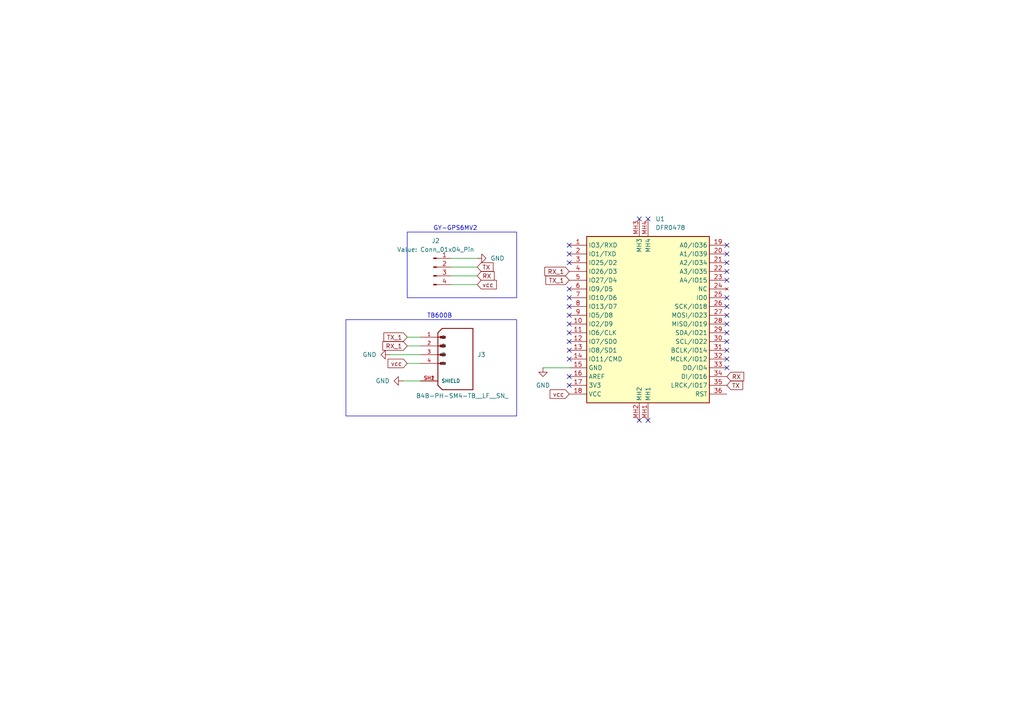
<source format=kicad_sch>
(kicad_sch (version 20250114) (generator "eeschema") (generator_version "9.0")
  (paper "A4")
  (lib_symbols
    (symbol "B4B-PH-SM4-TB__LF__SN_:B4B-PH-SM4-TB__LF__SN_" (pin_names (offset 1.016))
      (property "Reference" "J" (at 0 8.89 0))
      (property "Value" "B4B-PH-SM4-TB__LF__SN_" (at 0 -12.7 0))
      (symbol "B4B-PH-SM4-TB__LF__SN__0_0"
        (polyline (pts (xy 0 6.35) (xy 0 -8.89)) (stroke (width 0.254)))
        (polyline (pts (xy 0 6.35) (xy 1.27 7.62)) (stroke (width 0.254)))
        (polyline (pts (xy 0 5.08) (xy 1.905 5.08)) (stroke (width 0.254)))
        (polyline (pts (xy 0 2.54) (xy 1.905 2.54)) (stroke (width 0.254)))
        (polyline (pts (xy 0 0) (xy 1.905 0)) (stroke (width 0.254)))
        (polyline (pts (xy 0 -2.54) (xy 1.905 -2.54)) (stroke (width 0.254)))
        (polyline (pts (xy 0 -8.89) (xy 1.27 -10.16)) (stroke (width 0.254)))
        (rectangle (start 0.635 4.7625) (end 2.2225 5.3975) (stroke (width 0.1)) (fill (type outline)))
        (rectangle (start 0.635 2.2225) (end 2.2225 2.8575) (stroke (width 0.1)) (fill (type outline)))
        (rectangle (start 0.635 -0.3175) (end 2.2225 0.3175) (stroke (width 0.1)) (fill (type outline)))
        (rectangle (start 0.635 -2.8575) (end 2.2225 -2.2225) (stroke (width 0.1)) (fill (type outline)))
        (polyline (pts (xy 1.27 -10.16) (xy 10.16 -10.16)) (stroke (width 0.254)))
        (polyline (pts (xy 10.16 7.62) (xy 1.27 7.62)) (stroke (width 0.254)))
        (polyline (pts (xy 10.16 -10.16) (xy 10.16 7.62)) (stroke (width 0.254)))
        (pin passive line (at -5.08 5.08 0) (length 5.08) (name "1") (number "1"))
        (pin passive line (at -5.08 2.54 0) (length 5.08) (name "2") (number "2"))
        (pin passive line (at -5.08 0 0) (length 5.08) (name "3") (number "3"))
        (pin passive line (at -5.08 -2.54 0) (length 5.08) (name "4") (number "4"))
        (pin passive line (at -5.08 -7.62 0) (length 5.08) (name "SHIELD") (number "SH1"))
        (pin passive line (at -5.08 -7.62 0) (length 5.08) (name "SHIELD") (number "SH2"))
      )
    )
    (symbol "Connector:Conn_01x04_Pin" (pin_names (offset 1.016) (hide yes))
      (property "Reference" "J" (at 0 5.08 0))
      (property "Value" "Conn_01x04_Pin" (at 0 -7.62 0))
      (symbol "Conn_01x04_Pin_1_1"
        (rectangle (start 0.8636 2.667) (end 0 2.413) (stroke (width 0.1524)) (fill (type outline)))
        (rectangle (start 0.8636 0.127) (end 0 -0.127) (stroke (width 0.1524)) (fill (type outline)))
        (rectangle (start 0.8636 -2.413) (end 0 -2.667) (stroke (width 0.1524)) (fill (type outline)))
        (rectangle (start 0.8636 -4.953) (end 0 -5.207) (stroke (width 0.1524)) (fill (type outline)))
        (polyline (pts (xy 1.27 2.54) (xy 0.8636 2.54)) (stroke (width 0.1524)))
        (polyline (pts (xy 1.27 0) (xy 0.8636 0)) (stroke (width 0.1524)))
        (polyline (pts (xy 1.27 -2.54) (xy 0.8636 -2.54)) (stroke (width 0.1524)))
        (polyline (pts (xy 1.27 -5.08) (xy 0.8636 -5.08)) (stroke (width 0.1524)))
        (pin passive line (at 5.08 2.54 180) (length 3.81) (name "Pin_1") (number "1"))
        (pin passive line (at 5.08 0 180) (length 3.81) (name "Pin_2") (number "2"))
        (pin passive line (at 5.08 -2.54 180) (length 3.81) (name "Pin_3") (number "3"))
        (pin passive line (at 5.08 -5.08 180) (length 3.81) (name "Pin_4") (number "4"))
      )
    )
    (symbol "footprints:DFR0478"
      (property "Reference" "U" (at 54.61 20.32 0))
      (property "Value" "DFR0478" (at 54.61 17.78 0))
      (symbol "DFR0478_1_1"
        (rectangle (start 5.08 15.24) (end 53.34 -20.32) (stroke (width 0.254)) (fill (type background)))
        (pin passive line (at 0 0 0) (length 5.08) (name "MH2") (number "MH2"))
        (pin passive line (at 0 -2.54 0) (length 5.08) (name "MH1") (number "MH1"))
        (pin passive line (at 7.62 20.32 270) (length 5.08) (name "VCC") (number "18"))
        (pin passive line (at 7.62 -25.4 90) (length 5.08) (name "RST") (number "36"))
        (pin passive line (at 10.16 20.32 270) (length 5.08) (name "3V3") (number "17"))
        (pin passive line (at 10.16 -25.4 90) (length 5.08) (name "LRCK/IO17") (number "35"))
        (pin passive line (at 12.7 20.32 270) (length 5.08) (name "AREF") (number "16"))
        (pin passive line (at 12.7 -25.4 90) (length 5.08) (name "DI/IO16") (number "34"))
        (pin passive line (at 15.24 20.32 270) (length 5.08) (name "GND") (number "15"))
        (pin passive line (at 15.24 -25.4 90) (length 5.08) (name "DO/IO4") (number "33"))
        (pin passive line (at 17.78 20.32 270) (length 5.08) (name "IO11/CMD") (number "14"))
        (pin passive line (at 17.78 -25.4 90) (length 5.08) (name "MCLK/IO12") (number "32"))
        (pin passive line (at 20.32 20.32 270) (length 5.08) (name "IO8/SD1") (number "13"))
        (pin passive line (at 20.32 -25.4 90) (length 5.08) (name "BCLK/IO14") (number "31"))
        (pin passive line (at 22.86 20.32 270) (length 5.08) (name "IO7/SD0") (number "12"))
        (pin passive line (at 22.86 -25.4 90) (length 5.08) (name "SCL/IO22") (number "30"))
        (pin passive line (at 25.4 20.32 270) (length 5.08) (name "IO6/CLK") (number "11"))
        (pin passive line (at 25.4 -25.4 90) (length 5.08) (name "SDA/IO21") (number "29"))
        (pin passive line (at 27.94 20.32 270) (length 5.08) (name "IO2/D9") (number "10"))
        (pin passive line (at 27.94 -25.4 90) (length 5.08) (name "MISO/IO19") (number "28"))
        (pin passive line (at 30.48 20.32 270) (length 5.08) (name "IO5/D8") (number "9"))
        (pin passive line (at 30.48 -25.4 90) (length 5.08) (name "MOSI/IO23") (number "27"))
        (pin passive line (at 33.02 20.32 270) (length 5.08) (name "IO13/D7") (number "8"))
        (pin passive line (at 33.02 -25.4 90) (length 5.08) (name "SCK/IO18") (number "26"))
        (pin passive line (at 35.56 20.32 270) (length 5.08) (name "IO10/D6") (number "7"))
        (pin passive line (at 35.56 -25.4 90) (length 5.08) (name "IO0") (number "25"))
        (pin passive line (at 38.1 20.32 270) (length 5.08) (name "IO9/D5") (number "6"))
        (pin no_connect line (at 38.1 -25.4 90) (length 5.08) (name "NC") (number "24"))
        (pin passive line (at 40.64 20.32 270) (length 5.08) (name "IO27/D4") (number "5"))
        (pin passive line (at 40.64 -25.4 90) (length 5.08) (name "A4/IO15") (number "23"))
        (pin passive line (at 43.18 20.32 270) (length 5.08) (name "IO26/D3") (number "4"))
        (pin passive line (at 43.18 -25.4 90) (length 5.08) (name "A3/IO35") (number "22"))
        (pin passive line (at 45.72 20.32 270) (length 5.08) (name "IO25/D2") (number "3"))
        (pin passive line (at 45.72 -25.4 90) (length 5.08) (name "A2/IO34") (number "21"))
        (pin passive line (at 48.26 20.32 270) (length 5.08) (name "IO1/TXD") (number "2"))
        (pin passive line (at 48.26 -25.4 90) (length 5.08) (name "A1/IO39") (number "20"))
        (pin passive line (at 50.8 20.32 270) (length 5.08) (name "IO3/RXD") (number "1"))
        (pin passive line (at 50.8 -25.4 90) (length 5.08) (name "A0/IO36") (number "19"))
        (pin passive line (at 58.42 0 180) (length 5.08) (name "MH3") (number "MH3"))
        (pin passive line (at 58.42 -2.54 180) (length 5.08) (name "MH4") (number "MH4"))
      )
    )
    (symbol "power:GND" (power) (pin_numbers (hide yes)) (pin_names (offset 0) (hide yes))
      (property "Value" "GND" (at 0 -3.81 0))
      (symbol "GND_0_1"
        (polyline (pts (xy 0 0) (xy 0 -1.27) (xy 1.27 -1.27) (xy 0 -2.54) (xy -1.27 -1.27) (xy 0 -1.27)))
      )
      (symbol "GND_1_1"
        (pin power_in line (at 0 0 270) (length 0) (name "~") (number "1"))
      )
    )
  )
  (rectangle (start 118.11 67.31) (end 149.86 86.36))
  (rectangle (start 100.33 92.71) (end 149.86 120.65))
  (text "GY-GPS6MV2" (at 132.08 66.294 0) (effects (font (size 1.27 1.27))))
  (text "TB600B\n" (at 127.508 91.694 0) (effects (font (size 1.27 1.27))))
  (no_connect (at 187.96 121.92))
  (no_connect (at 210.82 104.14))
  (no_connect (at 165.1 104.14))
  (no_connect (at 165.1 88.9))
  (no_connect (at 165.1 96.52))
  (no_connect (at 187.96 63.5))
  (no_connect (at 210.82 93.98))
  (no_connect (at 210.82 99.06))
  (no_connect (at 165.1 86.36))
  (no_connect (at 210.82 73.66))
  (no_connect (at 165.1 71.12))
  (no_connect (at 165.1 99.06))
  (no_connect (at 210.82 76.2))
  (no_connect (at 165.1 93.98))
  (no_connect (at 210.82 96.52))
  (no_connect (at 210.82 78.74))
  (no_connect (at 165.1 73.66))
  (no_connect (at 210.82 88.9))
  (no_connect (at 165.1 101.6))
  (no_connect (at 210.82 71.12))
  (no_connect (at 165.1 91.44))
  (no_connect (at 185.42 63.5))
  (no_connect (at 185.42 121.92))
  (no_connect (at 165.1 83.82))
  (no_connect (at 210.82 101.6))
  (no_connect (at 210.82 106.68))
  (no_connect (at 165.1 76.2))
  (no_connect (at 210.82 91.44))
  (no_connect (at 210.82 86.36))
  (no_connect (at 165.1 109.22))
  (no_connect (at 210.82 81.28))
  (no_connect (at 165.1 111.76))
  (wire (pts (xy 157.48 106.68) (xy 165.1 106.68)))
  (wire (pts (xy 113.03 102.87) (xy 121.92 102.87)))
  (wire (pts (xy 118.11 105.41) (xy 121.92 105.41)))
  (wire (pts (xy 130.81 74.93) (xy 138.43 74.93)))
  (wire (pts (xy 130.81 80.01) (xy 138.43 80.01)))
  (wire (pts (xy 118.11 100.33) (xy 121.92 100.33)))
  (wire (pts (xy 118.11 97.79) (xy 121.92 97.79)))
  (wire (pts (xy 130.81 82.55) (xy 138.43 82.55)))
  (wire (pts (xy 116.84 110.49) (xy 121.92 110.49)))
  (wire (pts (xy 130.81 77.47) (xy 138.43 77.47)))
  (global_label "RX_1" (shape input) (at 165.1 78.74 180) (property "Intersheetrefs" "${INTERSHEET_REFS}" (effects (hide yes))))
  (global_label "RX_1" (shape input) (at 118.11 100.33 180) (property "Intersheetrefs" "${INTERSHEET_REFS}" (effects (hide yes))))
  (global_label "vcc" (shape input) (at 165.1 114.3 180) (property "Intersheetrefs" "${INTERSHEET_REFS}" (effects (hide yes))))
  (global_label "vcc" (shape input) (at 118.11 105.41 180) (property "Intersheetrefs" "${INTERSHEET_REFS}" (effects (hide yes))))
  (global_label "RX" (shape input) (at 210.82 109.22 0) (property "Intersheetrefs" "${INTERSHEET_REFS}" (effects (hide yes))))
  (global_label "TX_1" (shape input) (at 165.1 81.28 180) (property "Intersheetrefs" "${INTERSHEET_REFS}" (effects (hide yes))))
  (global_label "TX" (shape input) (at 138.43 77.47 0) (property "Intersheetrefs" "${INTERSHEET_REFS}" (effects (hide yes))))
  (global_label "vcc" (shape input) (at 138.43 82.55 0) (property "Intersheetrefs" "${INTERSHEET_REFS}" (effects (hide yes))))
  (global_label "RX" (shape input) (at 138.43 80.01 0) (property "Intersheetrefs" "${INTERSHEET_REFS}" (effects (hide yes))))
  (global_label "TX_1" (shape input) (at 118.11 97.79 180) (property "Intersheetrefs" "${INTERSHEET_REFS}" (effects (hide yes))))
  (global_label "TX" (shape input) (at 210.82 111.76 0) (property "Intersheetrefs" "${INTERSHEET_REFS}" (effects (hide yes))))
  (symbol (lib_id "power:GND") (at 138.43 74.93 90) (unit 1)
    (property "Reference" "#PWR02" (effects (hide yes)))
    (property "Value" "GND" (at 142.24 74.9299 90) (effects (justify right)))
    (property "Description" "Power symbol creates a global label with name \"GND\" , ground" (effects (hide yes)))
  )
  (symbol (lib_id "footprints:DFR0478") (at 185.42 121.92 90) (unit 1)
    (property "Reference" "U1" (at 190.1033 63.5 90) (effects (justify right)))
    (property "Value" "DFR0478" (at 190.1033 66.04 90) (effects (justify right)))
    (property "Footprint" "Library:FIREBEETLE_ESP32" (effects (hide yes)))
    (property "Datasheet" "https://datasheet.datasheetarchive.com/originals/distributors/DKDS-1/13356.pdf" (effects (hide yes)))
    (property "Description" "Development Boards & Kits - Wireless FireBeetle ESP32 IOT MCU" (effects (hide yes)))
    (property "Manufacturer_Name" "DFRobot" (effects (hide yes)))
    (property "Manufacturer_Part_Number" "DFR0478" (effects (hide yes)))
    (property "Mouser Part Number" "426-DFR0478" (effects (hide yes)))
    (property "Mouser Price/Stock" "https://www.mouser.co.uk/ProductDetail/DFRobot/DFR0478?qs=EU6FO9ffTwc%252BR65h2NUGQw%3D%3D" (effects (hide yes)))
    (property "Arrow Part Number" "DFR0478" (effects (hide yes)))
    (property "Arrow Price/Stock" "https://www.arrow.com/en/products/dfr0478/dfrobot?utm_currency=USD&region=nac" (effects (hide yes)))
  )
  (symbol (lib_id "power:GND") (at 157.48 106.68 0) (mirror y) (unit 1)
    (property "Reference" "#PWR01" (effects (hide yes)))
    (property "Value" "GND" (at 157.48 111.76 0))
    (property "Description" "Power symbol creates a global label with name \"GND\" , ground" (effects (hide yes)))
  )
  (symbol (lib_id "Connector:Conn_01x04_Pin") (at 125.73 77.47 0) (unit 1)
    (property "Reference" "J2" (at 126.365 69.85 0))
    (property "Value" "Conn_01x04_Pin" (at 126.365 72.39 0) (show_name yes))
    (property "Footprint" "Library:GY-GPS6MV2" (effects (hide yes)))
    (property "Description" "Generic connector, single row, 01x04, script generated" (effects (hide yes)))
  )
  (symbol (lib_id "power:GND") (at 113.03 102.87 270) (unit 1)
    (property "Reference" "#PWR03" (effects (hide yes)))
    (property "Value" "GND" (at 109.22 102.8699 90) (effects (justify right)))
    (property "Description" "Power symbol creates a global label with name \"GND\" , ground" (effects (hide yes)))
  )
  (symbol (lib_id "power:GND") (at 116.84 110.49 270) (unit 1)
    (property "Reference" "#PWR04" (effects (hide yes)))
    (property "Value" "GND" (at 113.03 110.4899 90) (effects (justify right)))
    (property "Description" "Power symbol creates a global label with name \"GND\" , ground" (effects (hide yes)))
  )
  (symbol (lib_id "B4B-PH-SM4-TB__LF__SN_:B4B-PH-SM4-TB__LF__SN_") (at 127 102.87 0) (unit 1)
    (property "Reference" "J3" (at 138.43 102.8699 0) (effects (justify left)))
    (property "Value" "B4B-PH-SM4-TB__LF__SN_" (at 120.65 114.808 0) (effects (justify left)))
    (property "Footprint" "Library:JST_B4B-PH-SM4-TB__LF__SN_" (effects (hide yes)))
    (property "MF" "JST" (effects (hide yes)))
    (property "MAXIMUM_PACKAGE_HEIGHT" "6.6mm" (effects (hide yes)))
    (property "Package" "NON STANDARD-4 JST" (effects (hide yes)))
    (property "Price" "None" (effects (hide yes)))
    (property "Check_prices" "https://www.snapeda.com/parts/B4B-PH-SM4-TB%20(LF)(SN)/JST/view-part/?ref=eda" (effects (hide yes)))
    (property "STANDARD" "Manufacturer Recommendations" (effects (hide yes)))
    (property "PARTREV" "N/A" (effects (hide yes)))
    (property "SnapEDA_Link" "https://www.snapeda.com/parts/B4B-PH-SM4-TB%20(LF)(SN)/JST/view-part/?ref=snap" (effects (hide yes)))
    (property "MP" "B4B-PH-SM4-TB (LF)(SN)" (effects (hide yes)))
    (property "Description_1" "Socket; wire-board; male; PH; 2mm; PIN: 4; SMT; 100V; 2A; -25÷85°C" (effects (hide yes)))
    (property "SNAPEDA_PN" "B4B-PH-SM4-TBT(LF)(SN)" (effects (hide yes)))
    (property "Availability" "In Stock" (effects (hide yes)))
    (property "MANUFACTURER" "JST" (effects (hide yes)))
  )
)
</source>
